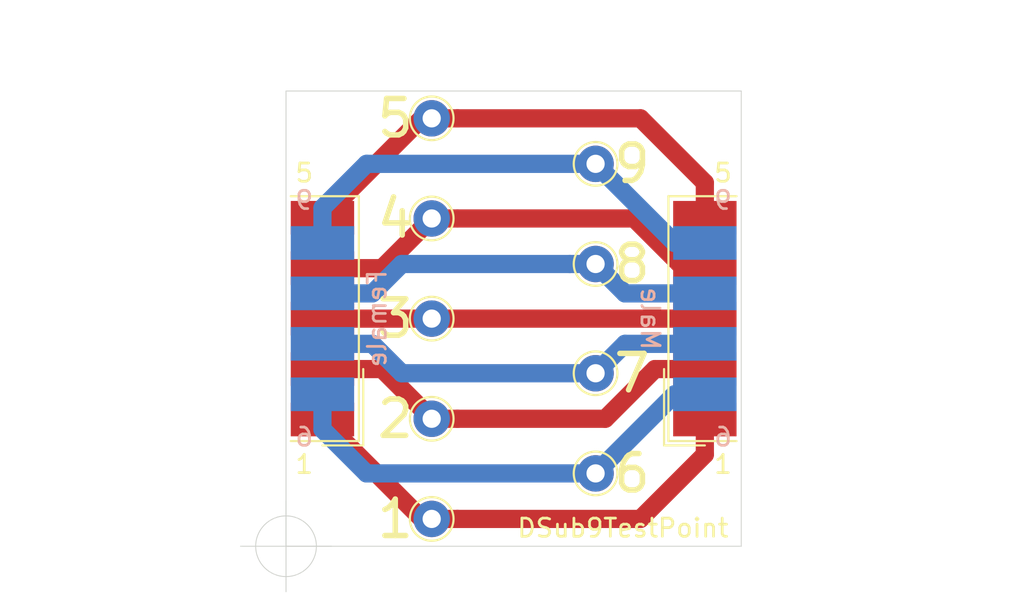
<source format=kicad_pcb>
(kicad_pcb (version 20171130) (host pcbnew "(5.1.5)-3")

  (general
    (thickness 1.6)
    (drawings 30)
    (tracks 47)
    (zones 0)
    (modules 11)
    (nets 10)
  )

  (page A4)
  (layers
    (0 F.Cu signal)
    (31 B.Cu signal)
    (32 B.Adhes user)
    (33 F.Adhes user)
    (34 B.Paste user)
    (35 F.Paste user)
    (36 B.SilkS user)
    (37 F.SilkS user)
    (38 B.Mask user)
    (39 F.Mask user)
    (40 Dwgs.User user)
    (41 Cmts.User user)
    (42 Eco1.User user)
    (43 Eco2.User user)
    (44 Edge.Cuts user)
    (45 Margin user)
    (46 B.CrtYd user)
    (47 F.CrtYd user)
    (48 B.Fab user)
    (49 F.Fab user)
  )

  (setup
    (last_trace_width 0.25)
    (trace_clearance 0.2)
    (zone_clearance 0.508)
    (zone_45_only no)
    (trace_min 0.2)
    (via_size 0.8)
    (via_drill 0.4)
    (via_min_size 0.4)
    (via_min_drill 0.3)
    (uvia_size 0.3)
    (uvia_drill 0.1)
    (uvias_allowed no)
    (uvia_min_size 0.2)
    (uvia_min_drill 0.1)
    (edge_width 0.05)
    (segment_width 0.2)
    (pcb_text_width 0.3)
    (pcb_text_size 1.5 1.5)
    (mod_edge_width 0.12)
    (mod_text_size 1 1)
    (mod_text_width 0.15)
    (pad_size 1.524 1.524)
    (pad_drill 0.762)
    (pad_to_mask_clearance 0.051)
    (solder_mask_min_width 0.25)
    (aux_axis_origin 30 55)
    (grid_origin 30 55)
    (visible_elements FFFFFF7F)
    (pcbplotparams
      (layerselection 0x010fc_ffffffff)
      (usegerberextensions false)
      (usegerberattributes false)
      (usegerberadvancedattributes false)
      (creategerberjobfile false)
      (excludeedgelayer true)
      (linewidth 0.100000)
      (plotframeref false)
      (viasonmask false)
      (mode 1)
      (useauxorigin false)
      (hpglpennumber 1)
      (hpglpenspeed 20)
      (hpglpendiameter 15.000000)
      (psnegative false)
      (psa4output false)
      (plotreference true)
      (plotvalue true)
      (plotinvisibletext false)
      (padsonsilk false)
      (subtractmaskfromsilk false)
      (outputformat 1)
      (mirror false)
      (drillshape 1)
      (scaleselection 1)
      (outputdirectory ""))
  )

  (net 0 "")
  (net 1 P1)
  (net 2 P2)
  (net 3 P3)
  (net 4 P4)
  (net 5 P5)
  (net 6 P6)
  (net 7 P7)
  (net 8 P8)
  (net 9 P9)

  (net_class Default "これはデフォルトのネット クラスです。"
    (clearance 0.2)
    (trace_width 0.25)
    (via_dia 0.8)
    (via_drill 0.4)
    (uvia_dia 0.3)
    (uvia_drill 0.1)
    (add_net P1)
    (add_net P2)
    (add_net P3)
    (add_net P4)
    (add_net P5)
    (add_net P6)
    (add_net P7)
    (add_net P8)
    (add_net P9)
  )

  (module Connector_Dsub:DSUB-9_Female_EdgeMount_P2.77mm (layer F.Cu) (tedit 59FEDEE2) (tstamp 608981EB)
    (at 32 42.5 270)
    (descr "9-pin D-Sub connector, solder-cups edge-mounted, female, x-pin-pitch 2.77mm, distance of mounting holes 25mm, see https://disti-assets.s3.amazonaws.com/tonar/files/datasheets/16730.pdf")
    (tags "9-pin D-Sub connector edge mount solder cup female x-pin-pitch 2.77mm mounting holes distance 25mm")
    (path /60891D83)
    (attr smd)
    (fp_text reference J1 (at -9.463333 0 90) (layer F.SilkS) hide
      (effects (font (size 1 1) (thickness 0.15)))
    )
    (fp_text value DB9_Female (at 0 16.86 90) (layer F.Fab)
      (effects (font (size 1 1) (thickness 0.15)))
    )
    (fp_line (start 4.94 -0.91) (end 4.94 1.99) (layer F.Fab) (width 0.1))
    (fp_line (start 4.94 1.99) (end 6.14 1.99) (layer F.Fab) (width 0.1))
    (fp_line (start 6.14 1.99) (end 6.14 -0.91) (layer F.Fab) (width 0.1))
    (fp_line (start 6.14 -0.91) (end 4.94 -0.91) (layer F.Fab) (width 0.1))
    (fp_line (start 2.17 -0.91) (end 2.17 1.99) (layer F.Fab) (width 0.1))
    (fp_line (start 2.17 1.99) (end 3.37 1.99) (layer F.Fab) (width 0.1))
    (fp_line (start 3.37 1.99) (end 3.37 -0.91) (layer F.Fab) (width 0.1))
    (fp_line (start 3.37 -0.91) (end 2.17 -0.91) (layer F.Fab) (width 0.1))
    (fp_line (start -0.6 -0.91) (end -0.6 1.99) (layer F.Fab) (width 0.1))
    (fp_line (start -0.6 1.99) (end 0.6 1.99) (layer F.Fab) (width 0.1))
    (fp_line (start 0.6 1.99) (end 0.6 -0.91) (layer F.Fab) (width 0.1))
    (fp_line (start 0.6 -0.91) (end -0.6 -0.91) (layer F.Fab) (width 0.1))
    (fp_line (start -3.37 -0.91) (end -3.37 1.99) (layer F.Fab) (width 0.1))
    (fp_line (start -3.37 1.99) (end -2.17 1.99) (layer F.Fab) (width 0.1))
    (fp_line (start -2.17 1.99) (end -2.17 -0.91) (layer F.Fab) (width 0.1))
    (fp_line (start -2.17 -0.91) (end -3.37 -0.91) (layer F.Fab) (width 0.1))
    (fp_line (start -6.14 -0.91) (end -6.14 1.99) (layer F.Fab) (width 0.1))
    (fp_line (start -6.14 1.99) (end -4.94 1.99) (layer F.Fab) (width 0.1))
    (fp_line (start -4.94 1.99) (end -4.94 -0.91) (layer F.Fab) (width 0.1))
    (fp_line (start -4.94 -0.91) (end -6.14 -0.91) (layer F.Fab) (width 0.1))
    (fp_line (start 3.555 -0.91) (end 3.555 1.99) (layer B.Fab) (width 0.1))
    (fp_line (start 3.555 1.99) (end 4.755 1.99) (layer B.Fab) (width 0.1))
    (fp_line (start 4.755 1.99) (end 4.755 -0.91) (layer B.Fab) (width 0.1))
    (fp_line (start 4.755 -0.91) (end 3.555 -0.91) (layer B.Fab) (width 0.1))
    (fp_line (start 0.785 -0.91) (end 0.785 1.99) (layer B.Fab) (width 0.1))
    (fp_line (start 0.785 1.99) (end 1.985 1.99) (layer B.Fab) (width 0.1))
    (fp_line (start 1.985 1.99) (end 1.985 -0.91) (layer B.Fab) (width 0.1))
    (fp_line (start 1.985 -0.91) (end 0.785 -0.91) (layer B.Fab) (width 0.1))
    (fp_line (start -1.985 -0.91) (end -1.985 1.99) (layer B.Fab) (width 0.1))
    (fp_line (start -1.985 1.99) (end -0.785 1.99) (layer B.Fab) (width 0.1))
    (fp_line (start -0.785 1.99) (end -0.785 -0.91) (layer B.Fab) (width 0.1))
    (fp_line (start -0.785 -0.91) (end -1.985 -0.91) (layer B.Fab) (width 0.1))
    (fp_line (start -4.755 -0.91) (end -4.755 1.99) (layer B.Fab) (width 0.1))
    (fp_line (start -4.755 1.99) (end -3.555 1.99) (layer B.Fab) (width 0.1))
    (fp_line (start -3.555 1.99) (end -3.555 -0.91) (layer B.Fab) (width 0.1))
    (fp_line (start -3.555 -0.91) (end -4.755 -0.91) (layer B.Fab) (width 0.1))
    (fp_line (start -7.55 1.99) (end -7.55 4.79) (layer F.Fab) (width 0.1))
    (fp_line (start -7.55 4.79) (end 7.55 4.79) (layer F.Fab) (width 0.1))
    (fp_line (start 7.55 4.79) (end 7.55 1.99) (layer F.Fab) (width 0.1))
    (fp_line (start 7.55 1.99) (end -7.55 1.99) (layer F.Fab) (width 0.1))
    (fp_line (start -8.55 4.79) (end -8.55 9.29) (layer F.Fab) (width 0.1))
    (fp_line (start -8.55 9.29) (end 8.55 9.29) (layer F.Fab) (width 0.1))
    (fp_line (start 8.55 9.29) (end 8.55 4.79) (layer F.Fab) (width 0.1))
    (fp_line (start 8.55 4.79) (end -8.55 4.79) (layer F.Fab) (width 0.1))
    (fp_line (start -15.425 9.29) (end -15.425 9.69) (layer F.Fab) (width 0.1))
    (fp_line (start -15.425 9.69) (end 15.425 9.69) (layer F.Fab) (width 0.1))
    (fp_line (start 15.425 9.69) (end 15.425 9.29) (layer F.Fab) (width 0.1))
    (fp_line (start 15.425 9.29) (end -15.425 9.29) (layer F.Fab) (width 0.1))
    (fp_line (start -8.15 9.69) (end -8.15 15.86) (layer F.Fab) (width 0.1))
    (fp_line (start -8.15 15.86) (end 8.15 15.86) (layer F.Fab) (width 0.1))
    (fp_line (start 8.15 15.86) (end 8.15 9.69) (layer F.Fab) (width 0.1))
    (fp_line (start 8.15 9.69) (end -8.15 9.69) (layer F.Fab) (width 0.1))
    (fp_line (start -7 -2.25) (end 7 -2.25) (layer F.CrtYd) (width 0.05))
    (fp_line (start 7 -2.25) (end 7 1.5) (layer F.CrtYd) (width 0.05))
    (fp_line (start 7 1.5) (end 8.05 1.5) (layer F.CrtYd) (width 0.05))
    (fp_line (start 8.05 1.5) (end 8.05 4.3) (layer F.CrtYd) (width 0.05))
    (fp_line (start 8.05 4.3) (end 9.05 4.3) (layer F.CrtYd) (width 0.05))
    (fp_line (start 9.05 4.3) (end 9.05 8.8) (layer F.CrtYd) (width 0.05))
    (fp_line (start 9.05 8.8) (end 15.95 8.8) (layer F.CrtYd) (width 0.05))
    (fp_line (start 15.95 8.8) (end 15.95 10.2) (layer F.CrtYd) (width 0.05))
    (fp_line (start 15.95 10.2) (end 8.65 10.2) (layer F.CrtYd) (width 0.05))
    (fp_line (start 8.65 10.2) (end 8.65 16.4) (layer F.CrtYd) (width 0.05))
    (fp_line (start 8.65 16.4) (end -8.65 16.4) (layer F.CrtYd) (width 0.05))
    (fp_line (start -8.65 16.4) (end -8.65 10.2) (layer F.CrtYd) (width 0.05))
    (fp_line (start -8.65 10.2) (end -15.95 10.2) (layer F.CrtYd) (width 0.05))
    (fp_line (start -15.95 10.2) (end -15.95 8.8) (layer F.CrtYd) (width 0.05))
    (fp_line (start -15.95 8.8) (end -9.05 8.8) (layer F.CrtYd) (width 0.05))
    (fp_line (start -9.05 8.8) (end -9.05 4.3) (layer F.CrtYd) (width 0.05))
    (fp_line (start -9.05 4.3) (end -8.05 4.3) (layer F.CrtYd) (width 0.05))
    (fp_line (start -8.05 4.3) (end -8.05 1.5) (layer F.CrtYd) (width 0.05))
    (fp_line (start -8.05 1.5) (end -7 1.5) (layer F.CrtYd) (width 0.05))
    (fp_line (start -7 1.5) (end -7 -2.25) (layer F.CrtYd) (width 0.05))
    (fp_line (start 6.723333 1.74) (end 6.723333 -2) (layer F.SilkS) (width 0.12))
    (fp_line (start 6.723333 -2) (end -6.723333 -2) (layer F.SilkS) (width 0.12))
    (fp_line (start -6.723333 -2) (end -6.723333 1.74) (layer F.SilkS) (width 0.12))
    (fp_line (start 6.963333 0) (end 6.963333 -2.24) (layer F.SilkS) (width 0.12))
    (fp_line (start 6.963333 -2.24) (end 2.77 -2.24) (layer F.SilkS) (width 0.12))
    (fp_line (start -15.425 1.99) (end 15.425 1.99) (layer Dwgs.User) (width 0.05))
    (fp_text user %R (at 0 3.39 90) (layer F.Fab)
      (effects (font (size 1 1) (thickness 0.15)))
    )
    (fp_text user "PCB edge" (at -10.425 1.323333 90) (layer Dwgs.User)
      (effects (font (size 0.5 0.5) (thickness 0.075)))
    )
    (pad 1 smd rect (at 5.54 0 270) (size 1.846667 3.48) (layers F.Cu F.Paste F.Mask)
      (net 1 P1))
    (pad 2 smd rect (at 2.77 0 270) (size 1.846667 3.48) (layers F.Cu F.Paste F.Mask)
      (net 2 P2))
    (pad 3 smd rect (at 0 0 270) (size 1.846667 3.48) (layers F.Cu F.Paste F.Mask)
      (net 3 P3))
    (pad 4 smd rect (at -2.77 0 270) (size 1.846667 3.48) (layers F.Cu F.Paste F.Mask)
      (net 4 P4))
    (pad 5 smd rect (at -5.54 0 270) (size 1.846667 3.48) (layers F.Cu F.Paste F.Mask)
      (net 5 P5))
    (pad 6 smd rect (at 4.155 0 270) (size 1.846667 3.48) (layers B.Cu B.Paste B.Mask)
      (net 6 P6))
    (pad 7 smd rect (at 1.385 0 270) (size 1.846667 3.48) (layers B.Cu B.Paste B.Mask)
      (net 7 P7))
    (pad 8 smd rect (at -1.385 0 270) (size 1.846667 3.48) (layers B.Cu B.Paste B.Mask)
      (net 8 P8))
    (pad 9 smd rect (at -4.155 0 270) (size 1.846667 3.48) (layers B.Cu B.Paste B.Mask)
      (net 9 P9))
    (model ${KISYS3DMOD}/Connector_Dsub.3dshapes/DSUB-9_Female_EdgeMount_P2.77mm.wrl
      (at (xyz 0 0 0))
      (scale (xyz 1 1 1))
      (rotate (xyz 0 0 0))
    )
  )

  (module Connector_Dsub:DSUB-9_Male_EdgeMount_P2.77mm (layer F.Cu) (tedit 59FEDEE2) (tstamp 60897B5E)
    (at 53 42.5 90)
    (descr "9-pin D-Sub connector, solder-cups edge-mounted, male, x-pin-pitch 2.77mm, distance of mounting holes 25mm, see https://disti-assets.s3.amazonaws.com/tonar/files/datasheets/16730.pdf")
    (tags "9-pin D-Sub connector edge mount solder cup male x-pin-pitch 2.77mm mounting holes distance 25mm")
    (path /6089296D)
    (attr smd)
    (fp_text reference J2 (at -9.463333 0 90) (layer F.SilkS) hide
      (effects (font (size 1 1) (thickness 0.15)))
    )
    (fp_text value DB9_Male (at 0 16.69 90) (layer F.Fab)
      (effects (font (size 1 1) (thickness 0.15)))
    )
    (fp_line (start -6.14 -0.91) (end -6.14 1.99) (layer F.Fab) (width 0.1))
    (fp_line (start -6.14 1.99) (end -4.94 1.99) (layer F.Fab) (width 0.1))
    (fp_line (start -4.94 1.99) (end -4.94 -0.91) (layer F.Fab) (width 0.1))
    (fp_line (start -4.94 -0.91) (end -6.14 -0.91) (layer F.Fab) (width 0.1))
    (fp_line (start -3.37 -0.91) (end -3.37 1.99) (layer F.Fab) (width 0.1))
    (fp_line (start -3.37 1.99) (end -2.17 1.99) (layer F.Fab) (width 0.1))
    (fp_line (start -2.17 1.99) (end -2.17 -0.91) (layer F.Fab) (width 0.1))
    (fp_line (start -2.17 -0.91) (end -3.37 -0.91) (layer F.Fab) (width 0.1))
    (fp_line (start -0.6 -0.91) (end -0.6 1.99) (layer F.Fab) (width 0.1))
    (fp_line (start -0.6 1.99) (end 0.6 1.99) (layer F.Fab) (width 0.1))
    (fp_line (start 0.6 1.99) (end 0.6 -0.91) (layer F.Fab) (width 0.1))
    (fp_line (start 0.6 -0.91) (end -0.6 -0.91) (layer F.Fab) (width 0.1))
    (fp_line (start 2.17 -0.91) (end 2.17 1.99) (layer F.Fab) (width 0.1))
    (fp_line (start 2.17 1.99) (end 3.37 1.99) (layer F.Fab) (width 0.1))
    (fp_line (start 3.37 1.99) (end 3.37 -0.91) (layer F.Fab) (width 0.1))
    (fp_line (start 3.37 -0.91) (end 2.17 -0.91) (layer F.Fab) (width 0.1))
    (fp_line (start 4.94 -0.91) (end 4.94 1.99) (layer F.Fab) (width 0.1))
    (fp_line (start 4.94 1.99) (end 6.14 1.99) (layer F.Fab) (width 0.1))
    (fp_line (start 6.14 1.99) (end 6.14 -0.91) (layer F.Fab) (width 0.1))
    (fp_line (start 6.14 -0.91) (end 4.94 -0.91) (layer F.Fab) (width 0.1))
    (fp_line (start -4.755 -0.91) (end -4.755 1.99) (layer B.Fab) (width 0.1))
    (fp_line (start -4.755 1.99) (end -3.555 1.99) (layer B.Fab) (width 0.1))
    (fp_line (start -3.555 1.99) (end -3.555 -0.91) (layer B.Fab) (width 0.1))
    (fp_line (start -3.555 -0.91) (end -4.755 -0.91) (layer B.Fab) (width 0.1))
    (fp_line (start -1.985 -0.91) (end -1.985 1.99) (layer B.Fab) (width 0.1))
    (fp_line (start -1.985 1.99) (end -0.785 1.99) (layer B.Fab) (width 0.1))
    (fp_line (start -0.785 1.99) (end -0.785 -0.91) (layer B.Fab) (width 0.1))
    (fp_line (start -0.785 -0.91) (end -1.985 -0.91) (layer B.Fab) (width 0.1))
    (fp_line (start 0.785 -0.91) (end 0.785 1.99) (layer B.Fab) (width 0.1))
    (fp_line (start 0.785 1.99) (end 1.985 1.99) (layer B.Fab) (width 0.1))
    (fp_line (start 1.985 1.99) (end 1.985 -0.91) (layer B.Fab) (width 0.1))
    (fp_line (start 1.985 -0.91) (end 0.785 -0.91) (layer B.Fab) (width 0.1))
    (fp_line (start 3.555 -0.91) (end 3.555 1.99) (layer B.Fab) (width 0.1))
    (fp_line (start 3.555 1.99) (end 4.755 1.99) (layer B.Fab) (width 0.1))
    (fp_line (start 4.755 1.99) (end 4.755 -0.91) (layer B.Fab) (width 0.1))
    (fp_line (start 4.755 -0.91) (end 3.555 -0.91) (layer B.Fab) (width 0.1))
    (fp_line (start -7.55 1.99) (end -7.55 4.79) (layer F.Fab) (width 0.1))
    (fp_line (start -7.55 4.79) (end 7.55 4.79) (layer F.Fab) (width 0.1))
    (fp_line (start 7.55 4.79) (end 7.55 1.99) (layer F.Fab) (width 0.1))
    (fp_line (start 7.55 1.99) (end -7.55 1.99) (layer F.Fab) (width 0.1))
    (fp_line (start -8.55 4.79) (end -8.55 9.29) (layer F.Fab) (width 0.1))
    (fp_line (start -8.55 9.29) (end 8.55 9.29) (layer F.Fab) (width 0.1))
    (fp_line (start 8.55 9.29) (end 8.55 4.79) (layer F.Fab) (width 0.1))
    (fp_line (start 8.55 4.79) (end -8.55 4.79) (layer F.Fab) (width 0.1))
    (fp_line (start -15.425 9.29) (end -15.425 9.69) (layer F.Fab) (width 0.1))
    (fp_line (start -15.425 9.69) (end 15.425 9.69) (layer F.Fab) (width 0.1))
    (fp_line (start 15.425 9.69) (end 15.425 9.29) (layer F.Fab) (width 0.1))
    (fp_line (start 15.425 9.29) (end -15.425 9.29) (layer F.Fab) (width 0.1))
    (fp_line (start -8.15 9.69) (end -8.15 15.69) (layer F.Fab) (width 0.1))
    (fp_line (start -8.15 15.69) (end 8.15 15.69) (layer F.Fab) (width 0.1))
    (fp_line (start 8.15 15.69) (end 8.15 9.69) (layer F.Fab) (width 0.1))
    (fp_line (start 8.15 9.69) (end -8.15 9.69) (layer F.Fab) (width 0.1))
    (fp_line (start -7 -2.25) (end 7 -2.25) (layer F.CrtYd) (width 0.05))
    (fp_line (start 7 -2.25) (end 7 1.5) (layer F.CrtYd) (width 0.05))
    (fp_line (start 7 1.5) (end 8.05 1.5) (layer F.CrtYd) (width 0.05))
    (fp_line (start 8.05 1.5) (end 8.05 4.3) (layer F.CrtYd) (width 0.05))
    (fp_line (start 8.05 4.3) (end 9.05 4.3) (layer F.CrtYd) (width 0.05))
    (fp_line (start 9.05 4.3) (end 9.05 8.8) (layer F.CrtYd) (width 0.05))
    (fp_line (start 9.05 8.8) (end 15.95 8.8) (layer F.CrtYd) (width 0.05))
    (fp_line (start 15.95 8.8) (end 15.95 10.2) (layer F.CrtYd) (width 0.05))
    (fp_line (start 15.95 10.2) (end 8.65 10.2) (layer F.CrtYd) (width 0.05))
    (fp_line (start 8.65 10.2) (end 8.65 16.2) (layer F.CrtYd) (width 0.05))
    (fp_line (start 8.65 16.2) (end -8.65 16.2) (layer F.CrtYd) (width 0.05))
    (fp_line (start -8.65 16.2) (end -8.65 10.2) (layer F.CrtYd) (width 0.05))
    (fp_line (start -8.65 10.2) (end -15.95 10.2) (layer F.CrtYd) (width 0.05))
    (fp_line (start -15.95 10.2) (end -15.95 8.8) (layer F.CrtYd) (width 0.05))
    (fp_line (start -15.95 8.8) (end -9.05 8.8) (layer F.CrtYd) (width 0.05))
    (fp_line (start -9.05 8.8) (end -9.05 4.3) (layer F.CrtYd) (width 0.05))
    (fp_line (start -9.05 4.3) (end -8.05 4.3) (layer F.CrtYd) (width 0.05))
    (fp_line (start -8.05 4.3) (end -8.05 1.5) (layer F.CrtYd) (width 0.05))
    (fp_line (start -8.05 1.5) (end -7 1.5) (layer F.CrtYd) (width 0.05))
    (fp_line (start -7 1.5) (end -7 -2.25) (layer F.CrtYd) (width 0.05))
    (fp_line (start 6.723333 1.74) (end 6.723333 -2) (layer F.SilkS) (width 0.12))
    (fp_line (start 6.723333 -2) (end -6.723333 -2) (layer F.SilkS) (width 0.12))
    (fp_line (start -6.723333 -2) (end -6.723333 1.74) (layer F.SilkS) (width 0.12))
    (fp_line (start -6.963333 0) (end -6.963333 -2.24) (layer F.SilkS) (width 0.12))
    (fp_line (start -6.963333 -2.24) (end -2.77 -2.24) (layer F.SilkS) (width 0.12))
    (fp_line (start -15.425 1.99) (end 15.425 1.99) (layer Dwgs.User) (width 0.05))
    (fp_text user %R (at 0 3.39 90) (layer F.Fab)
      (effects (font (size 1 1) (thickness 0.15)))
    )
    (fp_text user "PCB edge" (at -10.425 1.323333 90) (layer Dwgs.User)
      (effects (font (size 0.5 0.5) (thickness 0.075)))
    )
    (pad 1 smd rect (at -5.54 0 90) (size 1.846667 3.48) (layers F.Cu F.Paste F.Mask)
      (net 1 P1))
    (pad 2 smd rect (at -2.77 0 90) (size 1.846667 3.48) (layers F.Cu F.Paste F.Mask)
      (net 2 P2))
    (pad 3 smd rect (at 0 0 90) (size 1.846667 3.48) (layers F.Cu F.Paste F.Mask)
      (net 3 P3))
    (pad 4 smd rect (at 2.77 0 90) (size 1.846667 3.48) (layers F.Cu F.Paste F.Mask)
      (net 4 P4))
    (pad 5 smd rect (at 5.54 0 90) (size 1.846667 3.48) (layers F.Cu F.Paste F.Mask)
      (net 5 P5))
    (pad 6 smd rect (at -4.155 0 90) (size 1.846667 3.48) (layers B.Cu B.Paste B.Mask)
      (net 6 P6))
    (pad 7 smd rect (at -1.385 0 90) (size 1.846667 3.48) (layers B.Cu B.Paste B.Mask)
      (net 7 P7))
    (pad 8 smd rect (at 1.385 0 90) (size 1.846667 3.48) (layers B.Cu B.Paste B.Mask)
      (net 8 P8))
    (pad 9 smd rect (at 4.155 0 90) (size 1.846667 3.48) (layers B.Cu B.Paste B.Mask)
      (net 9 P9))
    (model ${KISYS3DMOD}/Connector_Dsub.3dshapes/DSUB-9_Male_EdgeMount_P2.77mm.wrl
      (at (xyz 0 0 0))
      (scale (xyz 1 1 1))
      (rotate (xyz 0 0 0))
    )
  )

  (module TestPoint:TestPoint_THTPad_D2.0mm_Drill1.0mm (layer F.Cu) (tedit 5A0F774F) (tstamp 60897B66)
    (at 38 53.5)
    (descr "THT pad as test Point, diameter 2.0mm, hole diameter 1.0mm")
    (tags "test point THT pad")
    (path /608938F6)
    (attr virtual)
    (fp_text reference 1 (at -2 0) (layer F.SilkS)
      (effects (font (size 2 2) (thickness 0.3)))
    )
    (fp_text value TestPoint (at 0 2.05) (layer F.Fab)
      (effects (font (size 1 1) (thickness 0.15)))
    )
    (fp_text user %R (at 0 -2) (layer F.Fab)
      (effects (font (size 1 1) (thickness 0.15)))
    )
    (fp_circle (center 0 0) (end 1.5 0) (layer F.CrtYd) (width 0.05))
    (fp_circle (center 0 0) (end 0 1.2) (layer F.SilkS) (width 0.12))
    (pad 1 thru_hole circle (at 0 0) (size 2 2) (drill 1) (layers *.Cu *.Mask)
      (net 1 P1))
  )

  (module TestPoint:TestPoint_THTPad_D2.0mm_Drill1.0mm (layer F.Cu) (tedit 5A0F774F) (tstamp 60897B6E)
    (at 38 48)
    (descr "THT pad as test Point, diameter 2.0mm, hole diameter 1.0mm")
    (tags "test point THT pad")
    (path /60893F25)
    (attr virtual)
    (fp_text reference 2 (at -2 0) (layer F.SilkS)
      (effects (font (size 2 2) (thickness 0.3)))
    )
    (fp_text value TestPoint (at 0 2.05) (layer F.Fab)
      (effects (font (size 1 1) (thickness 0.15)))
    )
    (fp_circle (center 0 0) (end 0 1.2) (layer F.SilkS) (width 0.12))
    (fp_circle (center 0 0) (end 1.5 0) (layer F.CrtYd) (width 0.05))
    (fp_text user %R (at 0 -2) (layer F.Fab)
      (effects (font (size 1 1) (thickness 0.15)))
    )
    (pad 1 thru_hole circle (at 0 0) (size 2 2) (drill 1) (layers *.Cu *.Mask)
      (net 2 P2))
  )

  (module TestPoint:TestPoint_THTPad_D2.0mm_Drill1.0mm (layer F.Cu) (tedit 5A0F774F) (tstamp 60897B76)
    (at 38 42.5)
    (descr "THT pad as test Point, diameter 2.0mm, hole diameter 1.0mm")
    (tags "test point THT pad")
    (path /60894978)
    (attr virtual)
    (fp_text reference 3 (at -2 0) (layer F.SilkS)
      (effects (font (size 2 2) (thickness 0.3)))
    )
    (fp_text value TestPoint (at 0 2.05) (layer F.Fab)
      (effects (font (size 1 1) (thickness 0.15)))
    )
    (fp_text user %R (at 0 -2) (layer F.Fab)
      (effects (font (size 1 1) (thickness 0.15)))
    )
    (fp_circle (center 0 0) (end 1.5 0) (layer F.CrtYd) (width 0.05))
    (fp_circle (center 0 0) (end 0 1.2) (layer F.SilkS) (width 0.12))
    (pad 1 thru_hole circle (at 0 0) (size 2 2) (drill 1) (layers *.Cu *.Mask)
      (net 3 P3))
  )

  (module TestPoint:TestPoint_THTPad_D2.0mm_Drill1.0mm (layer F.Cu) (tedit 5A0F774F) (tstamp 60897B7E)
    (at 38 37)
    (descr "THT pad as test Point, diameter 2.0mm, hole diameter 1.0mm")
    (tags "test point THT pad")
    (path /60894982)
    (attr virtual)
    (fp_text reference 4 (at -2 0) (layer F.SilkS)
      (effects (font (size 2 2) (thickness 0.3)))
    )
    (fp_text value TestPoint (at 0 2.05) (layer F.Fab)
      (effects (font (size 1 1) (thickness 0.15)))
    )
    (fp_circle (center 0 0) (end 0 1.2) (layer F.SilkS) (width 0.12))
    (fp_circle (center 0 0) (end 1.5 0) (layer F.CrtYd) (width 0.05))
    (fp_text user %R (at 0 -2) (layer F.Fab)
      (effects (font (size 1 1) (thickness 0.15)))
    )
    (pad 1 thru_hole circle (at 0 0) (size 2 2) (drill 1) (layers *.Cu *.Mask)
      (net 4 P4))
  )

  (module TestPoint:TestPoint_THTPad_D2.0mm_Drill1.0mm (layer F.Cu) (tedit 5A0F774F) (tstamp 60897B86)
    (at 38 31.5)
    (descr "THT pad as test Point, diameter 2.0mm, hole diameter 1.0mm")
    (tags "test point THT pad")
    (path /60894F78)
    (attr virtual)
    (fp_text reference 5 (at -2 0) (layer F.SilkS)
      (effects (font (size 2 2) (thickness 0.3)))
    )
    (fp_text value TestPoint (at 0 2.05) (layer F.Fab)
      (effects (font (size 1 1) (thickness 0.15)))
    )
    (fp_circle (center 0 0) (end 0 1.2) (layer F.SilkS) (width 0.12))
    (fp_circle (center 0 0) (end 1.5 0) (layer F.CrtYd) (width 0.05))
    (fp_text user %R (at 0 -2) (layer F.Fab)
      (effects (font (size 1 1) (thickness 0.15)))
    )
    (pad 1 thru_hole circle (at 0 0) (size 2 2) (drill 1) (layers *.Cu *.Mask)
      (net 5 P5))
  )

  (module TestPoint:TestPoint_THTPad_D2.0mm_Drill1.0mm (layer F.Cu) (tedit 5A0F774F) (tstamp 60897B8E)
    (at 47 51)
    (descr "THT pad as test Point, diameter 2.0mm, hole diameter 1.0mm")
    (tags "test point THT pad")
    (path /60894F82)
    (attr virtual)
    (fp_text reference 6 (at 2 0) (layer F.SilkS)
      (effects (font (size 2 2) (thickness 0.3)))
    )
    (fp_text value TestPoint (at 0 2.05) (layer F.Fab)
      (effects (font (size 1 1) (thickness 0.15)))
    )
    (fp_circle (center 0 0) (end 0 1.2) (layer F.SilkS) (width 0.12))
    (fp_circle (center 0 0) (end 1.5 0) (layer F.CrtYd) (width 0.05))
    (fp_text user %R (at 0 -2) (layer F.Fab)
      (effects (font (size 1 1) (thickness 0.15)))
    )
    (pad 1 thru_hole circle (at 0 0) (size 2 2) (drill 1) (layers *.Cu *.Mask)
      (net 6 P6))
  )

  (module TestPoint:TestPoint_THTPad_D2.0mm_Drill1.0mm (layer F.Cu) (tedit 5A0F774F) (tstamp 60897B96)
    (at 47 45.5)
    (descr "THT pad as test Point, diameter 2.0mm, hole diameter 1.0mm")
    (tags "test point THT pad")
    (path /60894F8C)
    (attr virtual)
    (fp_text reference 7 (at 2 0) (layer F.SilkS)
      (effects (font (size 2 2) (thickness 0.3)))
    )
    (fp_text value TestPoint (at 0 2.05) (layer F.Fab)
      (effects (font (size 1 1) (thickness 0.15)))
    )
    (fp_text user %R (at 0 -2) (layer F.Fab)
      (effects (font (size 1 1) (thickness 0.15)))
    )
    (fp_circle (center 0 0) (end 1.5 0) (layer F.CrtYd) (width 0.05))
    (fp_circle (center 0 0) (end 0 1.2) (layer F.SilkS) (width 0.12))
    (pad 1 thru_hole circle (at 0 0) (size 2 2) (drill 1) (layers *.Cu *.Mask)
      (net 7 P7))
  )

  (module TestPoint:TestPoint_THTPad_D2.0mm_Drill1.0mm (layer F.Cu) (tedit 5A0F774F) (tstamp 60897B9E)
    (at 47 39.5)
    (descr "THT pad as test Point, diameter 2.0mm, hole diameter 1.0mm")
    (tags "test point THT pad")
    (path /60894F96)
    (attr virtual)
    (fp_text reference 8 (at 2 0) (layer F.SilkS)
      (effects (font (size 2 2) (thickness 0.3)))
    )
    (fp_text value TestPoint (at 0 2.05) (layer F.Fab)
      (effects (font (size 1 1) (thickness 0.15)))
    )
    (fp_circle (center 0 0) (end 0 1.2) (layer F.SilkS) (width 0.12))
    (fp_circle (center 0 0) (end 1.5 0) (layer F.CrtYd) (width 0.05))
    (fp_text user %R (at 0 -2) (layer F.Fab)
      (effects (font (size 1 1) (thickness 0.15)))
    )
    (pad 1 thru_hole circle (at 0 0) (size 2 2) (drill 1) (layers *.Cu *.Mask)
      (net 8 P8))
  )

  (module TestPoint:TestPoint_THTPad_D2.0mm_Drill1.0mm (layer F.Cu) (tedit 5A0F774F) (tstamp 60897BA6)
    (at 47 34)
    (descr "THT pad as test Point, diameter 2.0mm, hole diameter 1.0mm")
    (tags "test point THT pad")
    (path /60895C46)
    (attr virtual)
    (fp_text reference 9 (at 2 0) (layer F.SilkS)
      (effects (font (size 2 2) (thickness 0.3)))
    )
    (fp_text value TestPoint (at 0 2.05) (layer F.Fab)
      (effects (font (size 1 1) (thickness 0.15)))
    )
    (fp_text user %R (at 0 -2) (layer F.Fab)
      (effects (font (size 1 1) (thickness 0.15)))
    )
    (fp_circle (center 0 0) (end 1.5 0) (layer F.CrtYd) (width 0.05))
    (fp_circle (center 0 0) (end 0 1.2) (layer F.SilkS) (width 0.12))
    (pad 1 thru_hole circle (at 0 0) (size 2 2) (drill 1) (layers *.Cu *.Mask)
      (net 9 P9))
  )

  (gr_text 6 (at 54 49) (layer B.SilkS) (tstamp 608988F8)
    (effects (font (size 1 1) (thickness 0.15)) (justify mirror))
  )
  (gr_text 9 (at 54 36) (layer B.SilkS) (tstamp 608988F4)
    (effects (font (size 1 1) (thickness 0.15)) (justify mirror))
  )
  (gr_text Male (at 50 42.5 -90) (layer B.SilkS)
    (effects (font (size 1 1) (thickness 0.15)) (justify mirror))
  )
  (gr_text Female (at 35 42.5 90) (layer B.SilkS)
    (effects (font (size 1 1) (thickness 0.15)) (justify mirror))
  )
  (gr_text DSub9TestPoint (at 48.5 54) (layer F.SilkS)
    (effects (font (size 1 1) (thickness 0.15)))
  )
  (gr_text 9 (at 31 36) (layer B.SilkS) (tstamp 6089869A)
    (effects (font (size 1 1) (thickness 0.15)) (justify mirror))
  )
  (gr_text 6 (at 31 49) (layer B.SilkS) (tstamp 6089863A)
    (effects (font (size 1 1) (thickness 0.15)) (justify mirror))
  )
  (gr_text 5 (at 54 34.5) (layer F.SilkS)
    (effects (font (size 1 1) (thickness 0.15)))
  )
  (gr_text 1 (at 54 50.5) (layer F.SilkS)
    (effects (font (size 1 1) (thickness 0.15)))
  )
  (gr_text 5 (at 31 34.5) (layer F.SilkS)
    (effects (font (size 1 1) (thickness 0.15)))
  )
  (gr_text 1 (at 31 50.5) (layer F.SilkS)
    (effects (font (size 1 1) (thickness 0.15)))
  )
  (target plus (at 30 55) (size 5) (width 0.05) (layer Edge.Cuts) (tstamp 6089851B))
  (gr_line (start 55 30) (end 30 30) (layer Edge.Cuts) (width 0.05) (tstamp 6089851A))
  (gr_line (start 55 55) (end 55 30) (layer Edge.Cuts) (width 0.05))
  (gr_line (start 30 55) (end 55 55) (layer Edge.Cuts) (width 0.05))
  (gr_line (start 30 30) (end 30 55) (layer Edge.Cuts) (width 0.05))
  (gr_line (start 38 55) (end 38 30) (layer Eco1.User) (width 0.15))
  (gr_line (start 47 55) (end 47 30) (layer Eco1.User) (width 0.15))
  (dimension 8 (width 0.15) (layer Eco1.User)
    (gr_text "8.000 mm" (at 51 57.3) (layer Eco1.User)
      (effects (font (size 1 1) (thickness 0.15)))
    )
    (feature1 (pts (xy 47 55) (xy 47 56.586421)))
    (feature2 (pts (xy 55 55) (xy 55 56.586421)))
    (crossbar (pts (xy 55 56) (xy 47 56)))
    (arrow1a (pts (xy 47 56) (xy 48.126504 55.413579)))
    (arrow1b (pts (xy 47 56) (xy 48.126504 56.586421)))
    (arrow2a (pts (xy 55 56) (xy 53.873496 55.413579)))
    (arrow2b (pts (xy 55 56) (xy 53.873496 56.586421)))
  )
  (dimension 8 (width 0.15) (layer Eco1.User)
    (gr_text "8.000 mm" (at 34 57.3) (layer Eco1.User)
      (effects (font (size 1 1) (thickness 0.15)))
    )
    (feature1 (pts (xy 38 55) (xy 38 56.586421)))
    (feature2 (pts (xy 30 55) (xy 30 56.586421)))
    (crossbar (pts (xy 30 56) (xy 38 56)))
    (arrow1a (pts (xy 38 56) (xy 36.873496 56.586421)))
    (arrow1b (pts (xy 38 56) (xy 36.873496 55.413579)))
    (arrow2a (pts (xy 30 56) (xy 31.126504 56.586421)))
    (arrow2b (pts (xy 30 56) (xy 31.126504 55.413579)))
  )
  (gr_line (start 42.5 30) (end 42.5 55) (layer Eco1.User) (width 0.15))
  (gr_line (start 30 42.5) (end 55 42.5) (layer Eco1.User) (width 0.15))
  (dimension 12.5 (width 0.15) (layer Eco1.User)
    (gr_text "12.500 mm" (at 36.25 28.2) (layer Eco1.User)
      (effects (font (size 1 1) (thickness 0.15)))
    )
    (feature1 (pts (xy 42.5 30) (xy 42.5 28.913579)))
    (feature2 (pts (xy 30 30) (xy 30 28.913579)))
    (crossbar (pts (xy 30 29.5) (xy 42.5 29.5)))
    (arrow1a (pts (xy 42.5 29.5) (xy 41.373496 30.086421)))
    (arrow1b (pts (xy 42.5 29.5) (xy 41.373496 28.913579)))
    (arrow2a (pts (xy 30 29.5) (xy 31.126504 30.086421)))
    (arrow2b (pts (xy 30 29.5) (xy 31.126504 28.913579)))
  )
  (dimension 12.5 (width 0.15) (layer Eco1.User)
    (gr_text "12.500 mm" (at 28.2 48.75 90) (layer Eco1.User)
      (effects (font (size 1 1) (thickness 0.15)))
    )
    (feature1 (pts (xy 30 42.5) (xy 28.913579 42.5)))
    (feature2 (pts (xy 30 55) (xy 28.913579 55)))
    (crossbar (pts (xy 29.5 55) (xy 29.5 42.5)))
    (arrow1a (pts (xy 29.5 42.5) (xy 30.086421 43.626504)))
    (arrow1b (pts (xy 29.5 42.5) (xy 28.913579 43.626504)))
    (arrow2a (pts (xy 29.5 55) (xy 30.086421 53.873496)))
    (arrow2b (pts (xy 29.5 55) (xy 28.913579 53.873496)))
  )
  (dimension 25 (width 0.15) (layer Eco1.User)
    (gr_text "25.000 mm" (at 42.5 25.7) (layer Eco1.User)
      (effects (font (size 1 1) (thickness 0.15)))
    )
    (feature1 (pts (xy 55 30) (xy 55 26.413579)))
    (feature2 (pts (xy 30 30) (xy 30 26.413579)))
    (crossbar (pts (xy 30 27) (xy 55 27)))
    (arrow1a (pts (xy 55 27) (xy 53.873496 27.586421)))
    (arrow1b (pts (xy 55 27) (xy 53.873496 26.413579)))
    (arrow2a (pts (xy 30 27) (xy 31.126504 27.586421)))
    (arrow2b (pts (xy 30 27) (xy 31.126504 26.413579)))
  )
  (dimension 25 (width 0.15) (layer Eco1.User)
    (gr_text "25.000 mm" (at 25.7 42.5 90) (layer Eco1.User)
      (effects (font (size 1 1) (thickness 0.15)))
    )
    (feature1 (pts (xy 30 30) (xy 26.413579 30)))
    (feature2 (pts (xy 30 55) (xy 26.413579 55)))
    (crossbar (pts (xy 27 55) (xy 27 30)))
    (arrow1a (pts (xy 27 30) (xy 27.586421 31.126504)))
    (arrow1b (pts (xy 27 30) (xy 26.413579 31.126504)))
    (arrow2a (pts (xy 27 55) (xy 27.586421 53.873496)))
    (arrow2b (pts (xy 27 55) (xy 26.413579 53.873496)))
  )
  (gr_line (start 55 30) (end 30 30) (layer Eco1.User) (width 0.15) (tstamp 60898078))
  (gr_line (start 55 55) (end 55 30) (layer Eco1.User) (width 0.15))
  (gr_line (start 30 55) (end 55 55) (layer Eco1.User) (width 0.15))
  (gr_line (start 30 30) (end 30 55) (layer Eco1.User) (width 0.15))

  (segment (start 49.463333 53.5) (end 39.414213 53.5) (width 1) (layer F.Cu) (net 1))
  (segment (start 53 49.963333) (end 49.463333 53.5) (width 1) (layer F.Cu) (net 1))
  (segment (start 39.414213 53.5) (end 38 53.5) (width 1) (layer F.Cu) (net 1))
  (segment (start 53 48.04) (end 53 49.963333) (width 1) (layer F.Cu) (net 1))
  (segment (start 37.46 53.5) (end 32 48.04) (width 1) (layer F.Cu) (net 1))
  (segment (start 38 53.5) (end 37.46 53.5) (width 1) (layer F.Cu) (net 1))
  (segment (start 39.414213 48) (end 38 48) (width 1) (layer F.Cu) (net 2))
  (segment (start 47.53 48) (end 39.414213 48) (width 1) (layer F.Cu) (net 2))
  (segment (start 50.26 45.27) (end 47.53 48) (width 1) (layer F.Cu) (net 2))
  (segment (start 53 45.27) (end 50.26 45.27) (width 1) (layer F.Cu) (net 2))
  (segment (start 35.27 45.27) (end 38 48) (width 1) (layer F.Cu) (net 2))
  (segment (start 32 45.27) (end 35.27 45.27) (width 1) (layer F.Cu) (net 2))
  (segment (start 53 42.5) (end 38 42.5) (width 1) (layer F.Cu) (net 3))
  (segment (start 32 42.5) (end 38 42.5) (width 1) (layer F.Cu) (net 3))
  (segment (start 39.414213 37) (end 38 37) (width 1) (layer F.Cu) (net 4))
  (segment (start 49.116664 37) (end 39.414213 37) (width 1) (layer F.Cu) (net 4))
  (segment (start 51.846664 39.73) (end 49.116664 37) (width 1) (layer F.Cu) (net 4))
  (segment (start 53 39.73) (end 51.846664 39.73) (width 1) (layer F.Cu) (net 4))
  (segment (start 35.27 39.73) (end 32 39.73) (width 1) (layer F.Cu) (net 4))
  (segment (start 38 37) (end 35.27 39.73) (width 1) (layer F.Cu) (net 4))
  (segment (start 39.414213 31.5) (end 38 31.5) (width 1) (layer F.Cu) (net 5))
  (segment (start 49.463333 31.5) (end 39.414213 31.5) (width 1) (layer F.Cu) (net 5))
  (segment (start 53 35.036667) (end 49.463333 31.5) (width 1) (layer F.Cu) (net 5))
  (segment (start 53 36.96) (end 53 35.036667) (width 1) (layer F.Cu) (net 5))
  (segment (start 37.46 31.5) (end 32 36.96) (width 1) (layer F.Cu) (net 5))
  (segment (start 38 31.5) (end 37.46 31.5) (width 1) (layer F.Cu) (net 5))
  (segment (start 51.345 46.655) (end 47 51) (width 1) (layer B.Cu) (net 6))
  (segment (start 53 46.655) (end 51.345 46.655) (width 1) (layer B.Cu) (net 6))
  (segment (start 32 48.578333) (end 32 46.655) (width 1) (layer B.Cu) (net 6))
  (segment (start 34.421667 51) (end 32 48.578333) (width 1) (layer B.Cu) (net 6))
  (segment (start 47 51) (end 34.421667 51) (width 1) (layer B.Cu) (net 6))
  (segment (start 48.615 43.885) (end 53 43.885) (width 1) (layer B.Cu) (net 7))
  (segment (start 47 45.5) (end 48.615 43.885) (width 1) (layer B.Cu) (net 7))
  (segment (start 34.74 43.885) (end 32 43.885) (width 1) (layer B.Cu) (net 7))
  (segment (start 36.355 45.5) (end 34.74 43.885) (width 1) (layer B.Cu) (net 7))
  (segment (start 47 45.5) (end 36.355 45.5) (width 1) (layer B.Cu) (net 7))
  (segment (start 48.615 41.115) (end 47 39.5) (width 1) (layer B.Cu) (net 8))
  (segment (start 53 41.115) (end 48.615 41.115) (width 1) (layer B.Cu) (net 8))
  (segment (start 45.585787 39.5) (end 47 39.5) (width 1) (layer B.Cu) (net 8))
  (segment (start 34.74 41.115) (end 36.355 39.5) (width 1) (layer B.Cu) (net 8))
  (segment (start 36.355 39.5) (end 45.585787 39.5) (width 1) (layer B.Cu) (net 8))
  (segment (start 32 41.115) (end 34.74 41.115) (width 1) (layer B.Cu) (net 8))
  (segment (start 51.345 38.345) (end 47 34) (width 1) (layer B.Cu) (net 9))
  (segment (start 53 38.345) (end 51.345 38.345) (width 1) (layer B.Cu) (net 9))
  (segment (start 32 36.421667) (end 32 38.345) (width 1) (layer B.Cu) (net 9))
  (segment (start 34.421667 34) (end 32 36.421667) (width 1) (layer B.Cu) (net 9))
  (segment (start 47 34) (end 34.421667 34) (width 1) (layer B.Cu) (net 9))

)

</source>
